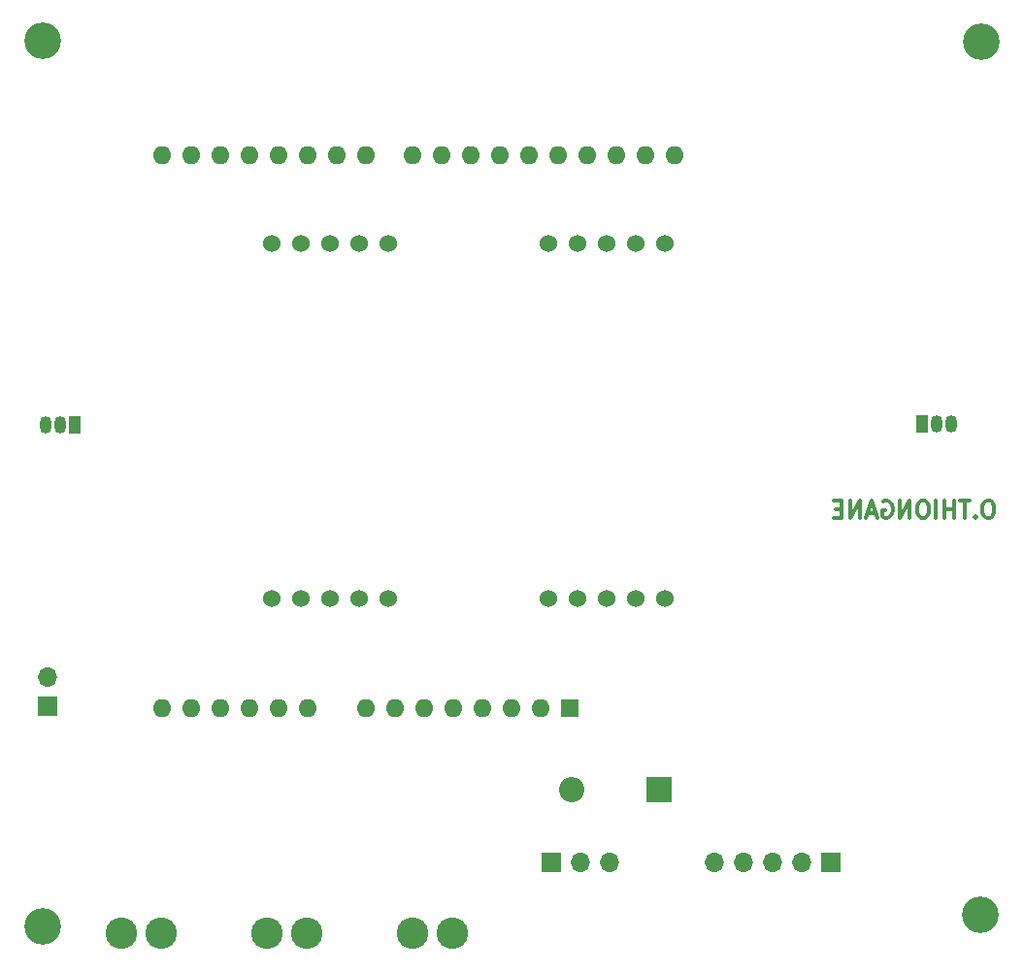
<source format=gbr>
%TF.GenerationSoftware,KiCad,Pcbnew,7.0.2*%
%TF.CreationDate,2023-04-27T19:49:05+02:00*%
%TF.ProjectId,CherrycountPCB,43686572-7279-4636-9f75-6e745043422e,rev?*%
%TF.SameCoordinates,Original*%
%TF.FileFunction,Soldermask,Bot*%
%TF.FilePolarity,Negative*%
%FSLAX46Y46*%
G04 Gerber Fmt 4.6, Leading zero omitted, Abs format (unit mm)*
G04 Created by KiCad (PCBNEW 7.0.2) date 2023-04-27 19:49:05*
%MOMM*%
%LPD*%
G01*
G04 APERTURE LIST*
%ADD10C,0.300000*%
%ADD11C,3.200000*%
%ADD12R,1.700000X1.700000*%
%ADD13O,1.700000X1.700000*%
%ADD14R,1.050000X1.500000*%
%ADD15O,1.050000X1.500000*%
%ADD16C,2.743200*%
%ADD17R,1.600000X1.600000*%
%ADD18O,1.600000X1.600000*%
%ADD19R,2.200000X2.200000*%
%ADD20O,2.200000X2.200000*%
%ADD21C,1.524000*%
G04 APERTURE END LIST*
D10*
X171937142Y-97816428D02*
X171651428Y-97816428D01*
X171651428Y-97816428D02*
X171508571Y-97887857D01*
X171508571Y-97887857D02*
X171365714Y-98030714D01*
X171365714Y-98030714D02*
X171294285Y-98316428D01*
X171294285Y-98316428D02*
X171294285Y-98816428D01*
X171294285Y-98816428D02*
X171365714Y-99102142D01*
X171365714Y-99102142D02*
X171508571Y-99245000D01*
X171508571Y-99245000D02*
X171651428Y-99316428D01*
X171651428Y-99316428D02*
X171937142Y-99316428D01*
X171937142Y-99316428D02*
X172080000Y-99245000D01*
X172080000Y-99245000D02*
X172222857Y-99102142D01*
X172222857Y-99102142D02*
X172294285Y-98816428D01*
X172294285Y-98816428D02*
X172294285Y-98316428D01*
X172294285Y-98316428D02*
X172222857Y-98030714D01*
X172222857Y-98030714D02*
X172080000Y-97887857D01*
X172080000Y-97887857D02*
X171937142Y-97816428D01*
X170651428Y-99173571D02*
X170579999Y-99245000D01*
X170579999Y-99245000D02*
X170651428Y-99316428D01*
X170651428Y-99316428D02*
X170722856Y-99245000D01*
X170722856Y-99245000D02*
X170651428Y-99173571D01*
X170651428Y-99173571D02*
X170651428Y-99316428D01*
X170151427Y-97816428D02*
X169294285Y-97816428D01*
X169722856Y-99316428D02*
X169722856Y-97816428D01*
X168794285Y-99316428D02*
X168794285Y-97816428D01*
X168794285Y-98530714D02*
X167937142Y-98530714D01*
X167937142Y-99316428D02*
X167937142Y-97816428D01*
X167222856Y-99316428D02*
X167222856Y-97816428D01*
X166222855Y-97816428D02*
X165937141Y-97816428D01*
X165937141Y-97816428D02*
X165794284Y-97887857D01*
X165794284Y-97887857D02*
X165651427Y-98030714D01*
X165651427Y-98030714D02*
X165579998Y-98316428D01*
X165579998Y-98316428D02*
X165579998Y-98816428D01*
X165579998Y-98816428D02*
X165651427Y-99102142D01*
X165651427Y-99102142D02*
X165794284Y-99245000D01*
X165794284Y-99245000D02*
X165937141Y-99316428D01*
X165937141Y-99316428D02*
X166222855Y-99316428D01*
X166222855Y-99316428D02*
X166365713Y-99245000D01*
X166365713Y-99245000D02*
X166508570Y-99102142D01*
X166508570Y-99102142D02*
X166579998Y-98816428D01*
X166579998Y-98816428D02*
X166579998Y-98316428D01*
X166579998Y-98316428D02*
X166508570Y-98030714D01*
X166508570Y-98030714D02*
X166365713Y-97887857D01*
X166365713Y-97887857D02*
X166222855Y-97816428D01*
X164937141Y-99316428D02*
X164937141Y-97816428D01*
X164937141Y-97816428D02*
X164079998Y-99316428D01*
X164079998Y-99316428D02*
X164079998Y-97816428D01*
X162579997Y-97887857D02*
X162722855Y-97816428D01*
X162722855Y-97816428D02*
X162937140Y-97816428D01*
X162937140Y-97816428D02*
X163151426Y-97887857D01*
X163151426Y-97887857D02*
X163294283Y-98030714D01*
X163294283Y-98030714D02*
X163365712Y-98173571D01*
X163365712Y-98173571D02*
X163437140Y-98459285D01*
X163437140Y-98459285D02*
X163437140Y-98673571D01*
X163437140Y-98673571D02*
X163365712Y-98959285D01*
X163365712Y-98959285D02*
X163294283Y-99102142D01*
X163294283Y-99102142D02*
X163151426Y-99245000D01*
X163151426Y-99245000D02*
X162937140Y-99316428D01*
X162937140Y-99316428D02*
X162794283Y-99316428D01*
X162794283Y-99316428D02*
X162579997Y-99245000D01*
X162579997Y-99245000D02*
X162508569Y-99173571D01*
X162508569Y-99173571D02*
X162508569Y-98673571D01*
X162508569Y-98673571D02*
X162794283Y-98673571D01*
X161937140Y-98887857D02*
X161222855Y-98887857D01*
X162079997Y-99316428D02*
X161579997Y-97816428D01*
X161579997Y-97816428D02*
X161079997Y-99316428D01*
X160579998Y-99316428D02*
X160579998Y-97816428D01*
X160579998Y-97816428D02*
X159722855Y-99316428D01*
X159722855Y-99316428D02*
X159722855Y-97816428D01*
X159008569Y-98530714D02*
X158508569Y-98530714D01*
X158294283Y-99316428D02*
X159008569Y-99316428D01*
X159008569Y-99316428D02*
X159008569Y-97816428D01*
X159008569Y-97816428D02*
X158294283Y-97816428D01*
D11*
%TO.C,REF\u002A\u002A*%
X89300000Y-57700000D03*
%TD*%
%TO.C,REF\u002A\u002A*%
X89300000Y-135000000D03*
%TD*%
%TO.C,REF\u002A\u002A*%
X171100000Y-134000000D03*
%TD*%
%TO.C,REF\u002A\u002A*%
X171200000Y-57800000D03*
%TD*%
D12*
%TO.C,J2*%
X133642000Y-129350000D03*
D13*
X136182000Y-129350000D03*
X138722000Y-129350000D03*
%TD*%
D14*
%TO.C,Q1*%
X165990000Y-91110000D03*
D15*
X167260000Y-91110000D03*
X168530000Y-91110000D03*
%TD*%
D16*
%TO.C,J4*%
X121560000Y-135560000D03*
X125060000Y-135560000D03*
%TD*%
D14*
%TO.C,Q2*%
X92090000Y-91160000D03*
D15*
X90820000Y-91160000D03*
X89550000Y-91160000D03*
%TD*%
D16*
%TO.C,J5*%
X108860000Y-135560000D03*
X112360000Y-135560000D03*
%TD*%
%TO.C,J6*%
X96160000Y-135560000D03*
X99660000Y-135560000D03*
%TD*%
D12*
%TO.C,J3*%
X158026000Y-129350000D03*
D13*
X155486000Y-129350000D03*
X152946000Y-129350000D03*
X150406000Y-129350000D03*
X147866000Y-129350000D03*
%TD*%
D12*
%TO.C,J1*%
X89680000Y-115750000D03*
D13*
X89680000Y-113210000D03*
%TD*%
D17*
%TO.C,A1*%
X135270000Y-115888000D03*
D18*
X132730000Y-115888000D03*
X130190000Y-115888000D03*
X127650000Y-115888000D03*
X125110000Y-115888000D03*
X122570000Y-115888000D03*
X120030000Y-115888000D03*
X117490000Y-115888000D03*
X112410000Y-115888000D03*
X109870000Y-115888000D03*
X107330000Y-115888000D03*
X104790000Y-115888000D03*
X102250000Y-115888000D03*
X99710000Y-115888000D03*
X99710000Y-67628000D03*
X102250000Y-67628000D03*
X104790000Y-67628000D03*
X107330000Y-67628000D03*
X109870000Y-67628000D03*
X112410000Y-67628000D03*
X114950000Y-67628000D03*
X117490000Y-67628000D03*
X121550000Y-67628000D03*
X124090000Y-67628000D03*
X126630000Y-67628000D03*
X129170000Y-67628000D03*
X131710000Y-67628000D03*
X134250000Y-67628000D03*
X136790000Y-67628000D03*
X139330000Y-67628000D03*
X141870000Y-67628000D03*
X144410000Y-67628000D03*
%TD*%
D19*
%TO.C,D1*%
X143040000Y-123000000D03*
D20*
X135420000Y-123000000D03*
%TD*%
D21*
%TO.C,AFF1*%
X143600000Y-75337000D03*
X141060000Y-75337000D03*
X138520000Y-75337000D03*
X135980000Y-75337000D03*
X133440000Y-75337000D03*
X143600000Y-106337000D03*
X141060000Y-106337000D03*
X138520000Y-106337000D03*
X135980000Y-106337000D03*
X133440000Y-106337000D03*
%TD*%
%TO.C,AFF2*%
X119437000Y-75337000D03*
X116897000Y-75337000D03*
X114357000Y-75337000D03*
X111817000Y-75337000D03*
X109277000Y-75337000D03*
X119437000Y-106337000D03*
X116897000Y-106337000D03*
X114357000Y-106337000D03*
X111817000Y-106337000D03*
X109277000Y-106337000D03*
%TD*%
M02*

</source>
